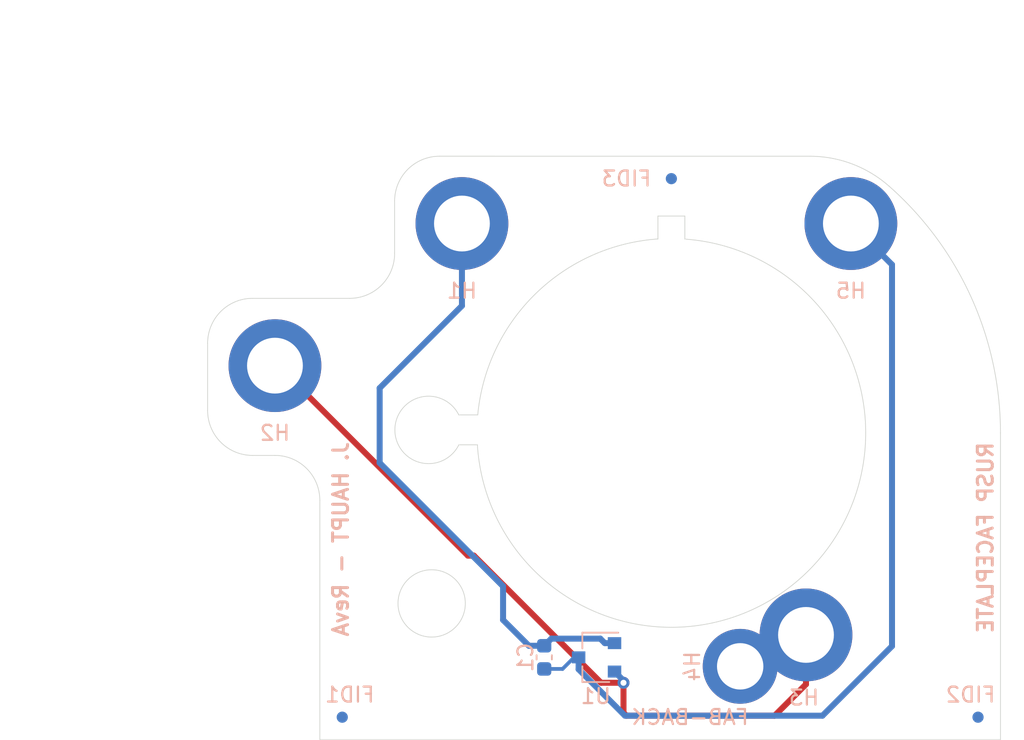
<source format=kicad_pcb>
(kicad_pcb (version 20221018) (generator pcbnew)
  (layers (0 "F.Cu" signal) (31 "B.Cu" signal) (34 "B.Paste" user) (35 "F.Paste" user) (36 "B.SilkS" user "B.Silkscreen") (37 "F.SilkS" user "F.Silkscreen") (38 "B.Mask" user) (39 "F.Mask" user) (44 "Edge.Cuts" user))
  (net 0 "")
  (net 1 "/Vdd")
  (net 2 "/GND")
  (net 3 "/HALL_OUT")
  (footprint "MyFootprints:SMTSO-M2-3ET" (layer "F.Cu") (at 118.292 81.18 180)
    (fp_text reference "H2" (at 0 -4.5) (layer "B.SilkS") (effects (justify mirror)))
    (fp_text value "M2 SMT Nut")
    (pad "1" thru_hole circle (at 0 0 180) (size 6.2 6.2) (drill 3.73) (layers "*.Cu" "*.Mask" "B.Paste") (net 3 "/HALL_OUT"))
  )
  (footprint "MyFootprints:SMTSO-M2-3ET" (layer "F.Cu") (at 130.792 71.68 180)
    (fp_text reference "H1" (at 0 -4.5) (layer "B.SilkS") (effects (justify mirror)))
    (fp_text value "M2 SMT Nut")
    (pad "1" thru_hole circle (at 0 0 180) (size 6.2 6.2) (drill 3.73) (layers "*.Cu" "*.Mask" "B.Paste") (net 1 "/Vdd"))
  )
  (footprint "MyFootprints:SMTSO-M2-3ET" (layer "F.Cu") (at 153.792 99.18 180)
    (fp_text reference "H3" (at 0.132 -4.198) (layer "B.SilkS") (effects (justify mirror)))
    (fp_text value "M2 SMT Nut")
    (pad "1" thru_hole circle (at 0 0 180) (size 6.2 6.2) (drill 3.73) (layers "*.Cu" "*.Mask" "B.Paste") (net 3 "/HALL_OUT"))
  )
  (footprint "MyFootprints:SMTSO-M2-3ET" (layer "F.Cu") (at 156.792 71.68 180)
    (fp_text reference "H5" (at 0 -4.5) (layer "B.SilkS") (effects (justify mirror)))
    (fp_text value "M2 SMT Nut")
    (pad "1" thru_hole circle (at 0 0 180) (size 6.2 6.2) (drill 3.73) (layers "*.Cu" "*.Mask" "B.Paste") (net 2 "/GND"))
  )
  (footprint "MyFootprints:3mmMagnetHole" (layer "F.Cu") (at 149.392 101.28)
    (fp_text reference "H4" (at -3.2 0 -270) (layer "B.SilkS") (effects (justify mirror)))
    (fp_text value "3mm Magnet")
    (pad "1" thru_hole circle (at 0 0) (size 5 5) (drill 3.1) (layers "*.Cu" "*.Mask" "F.Paste"))
  )
  (footprint "Fiducial:Fiducial_0.75mm_Dia_1.5mm_Outer" (layer "B.Cu") (at 144.792 68.68)
    (fp_text reference "FID3" (at -3 0) (layer "B.SilkS") (effects (justify mirror)))
    (fp_text value "Fiducial")
    (pad "" smd circle (at 0 0) (size 0.75 0.75) (layers "B.Cu" "B.Mask") (clearance 0.375))
  )
  (footprint "Fiducial:Fiducial_0.75mm_Dia_1.5mm_Outer" (layer "B.Cu") (at 122.792 104.68)
    (fp_text reference "FID1" (at 0.5 -1.5) (layer "B.SilkS") (effects (justify mirror)))
    (fp_text value "Fiducial")
    (pad "" smd circle (at 0 0) (size 0.75 0.75) (layers "B.Cu" "B.Mask") (clearance 0.375))
  )
  (footprint "Fiducial:Fiducial_0.75mm_Dia_1.5mm_Outer" (layer "B.Cu") (at 165.292 104.68)
    (fp_text reference "FID2" (at -0.5 -1.5) (layer "B.SilkS") (effects (justify mirror)))
    (fp_text value "Fiducial")
    (pad "" smd circle (at 0 0) (size 0.75 0.75) (layers "B.Cu" "B.Mask") (clearance 0.375))
  )
  (footprint "Capacitor_SMD:C_0603_1608Metric" (layer "B.Cu") (at 136.292 100.68 -90)
    (fp_text reference "C1" (at 0 1.25 90) (layer "B.SilkS") (effects (justify mirror)))
    (fp_text value ".1uF")
    (fp_line (start -0.14058 -0.51) (end 0.14058 -0.51) (stroke (width 0.12)) (layer "B.SilkS"))
    (fp_line (start -0.14058 0.51) (end 0.14058 0.51) (stroke (width 0.12)) (layer "B.SilkS"))
    (pad "1" smd roundrect (at -0.775 0 270) (size 0.9 0.95) (layers "B.Cu" "B.Paste" "B.Mask") (net 1 "/Vdd"))
    (pad "2" smd roundrect (at 0.775 0 270) (size 0.9 0.95) (layers "B.Cu" "B.Paste" "B.Mask") (net 2 "/GND"))
  )
  (footprint "MyFootprints:SC-59" (layer "B.Cu") (at 139.792 100.68)
    (fp_text reference "U1" (at -0.05 2.6) (layer "B.SilkS") (effects (justify mirror)))
    (fp_text value "HallSwitch")
    (fp_line (start -0.95 -1.65) (end -0.95 -0.6) (stroke (width 0.12)) (layer "B.SilkS"))
    (fp_line (start -0.95 1.65) (end -0.95 0.6) (stroke (width 0.12)) (layer "B.SilkS"))
    (fp_line (start 0.85 1.65) (end -0.95 1.65) (stroke (width 0.12)) (layer "B.SilkS"))
    (fp_line (start 1.45 -1.65) (end -0.95 -1.65) (stroke (width 0.12)) (layer "B.SilkS"))
    (pad "1" smd rect (at 1.2 -0.95 180) (size 0.9 0.8) (layers "B.Cu" "B.Paste" "B.Mask") (net 1 "/Vdd"))
    (pad "2" smd rect (at -1.2 0 180) (size 0.9 0.8) (layers "B.Cu" "B.Paste" "B.Mask") (net 2 "/GND"))
    (pad "3" smd rect (at 1.2 0.95 180) (size 0.9 0.8) (layers "B.Cu" "B.Paste" "B.Mask") (net 3 "/HALL_OUT"))
  )
  (gr_line (start 131.848275 84.469652) (end 130.58 84.47) (stroke (width 0.05)) (layer "Edge.Cuts"))
  (gr_arc (start 145.691999 72.720001) (mid 153.939058 94.905124) (end 131.824821 86.469828) (stroke (width 0.05)) (layer "Edge.Cuts"))
  (gr_arc (start 130.586094 86.469688) (mid 126.309053 85.482869) (end 130.58 84.47) (stroke (width 0.05)) (layer "Edge.Cuts"))
  (gr_circle (center 128.768 97.074) (end 131.018 97.074) (stroke (width 0.05)) (fill none) (layer "Edge.Cuts"))
  (gr_line (start 143.892 71.18) (end 145.692 71.18) (stroke (width 0.05)) (layer "Edge.Cuts"))
  (gr_line (start 131.824821 86.469828) (end 130.586094 86.469688) (stroke (width 0.05)) (layer "Edge.Cuts"))
  (gr_arc (start 131.848275 84.469652) (mid 135.710224 76.378048) (end 143.892 72.711) (stroke (width 0.05)) (layer "Edge.Cuts"))
  (gr_line (start 143.892 72.711) (end 143.892 71.18) (stroke (width 0.05)) (layer "Edge.Cuts"))
  (gr_line (start 145.692 71.18) (end 145.691999 72.720001) (stroke (width 0.05)) (layer "Edge.Cuts"))
  (gr_arc (start 154.052 67.180995) (mid 156.879548 67.697417) (end 159.341999 69.180001) (stroke (width 0.05)) (layer "Edge.Cuts"))
  (gr_arc (start 118.292 87.18) (mid 120.41332 88.05868) (end 121.292 90.18) (stroke (width 0.05)) (layer "Edge.Cuts"))
  (gr_line (start 116.792 87.18) (end 118.292 87.18) (stroke (width 0.05)) (layer "Edge.Cuts"))
  (gr_arc (start 159.342714 69.17919) (mid 164.84338 76.62781) (end 166.792 85.68) (stroke (width 0.05)) (layer "Edge.Cuts"))
  (gr_line (start 166.792 106.18) (end 121.292 106.18) (stroke (width 0.05)) (layer "Edge.Cuts"))
  (gr_arc (start 126.292 70.18) (mid 127.17068 68.05868) (end 129.292 67.18) (stroke (width 0.05)) (layer "Edge.Cuts"))
  (gr_line (start 121.292 90.18) (end 121.292 106.18) (stroke (width 0.05)) (layer "Edge.Cuts"))
  (gr_line (start 113.792 79.68) (end 113.792 84.18) (stroke (width 0.05)) (layer "Edge.Cuts"))
  (gr_line (start 126.292 73.68) (end 126.292 70.18) (stroke (width 0.05)) (layer "Edge.Cuts"))
  (gr_line (start 116.792 76.68) (end 123.292 76.68) (stroke (width 0.05)) (layer "Edge.Cuts"))
  (gr_arc (start 113.792 79.68) (mid 114.67068 77.55868) (end 116.792 76.68) (stroke (width 0.05)) (layer "Edge.Cuts"))
  (gr_line (start 129.292 67.18) (end 154.052 67.180995) (stroke (width 0.05)) (layer "Edge.Cuts"))
  (gr_arc (start 116.792 87.18) (mid 114.67068 86.30132) (end 113.792 84.18) (stroke (width 0.05)) (layer "Edge.Cuts"))
  (gr_line (start 166.792 85.68) (end 166.792 106.18) (stroke (width 0.05)) (layer "Edge.Cuts"))
  (gr_arc (start 126.292 73.68) (mid 125.41332 75.80132) (end 123.292 76.68) (stroke (width 0.05)) (layer "Edge.Cuts"))
  (gr_text "J. HAUPT - RevA" (at 122.692 92.78 90) (layer "B.SilkS") (effects (font (size 1 1) (thickness 0.2)) (justify mirror)))
  (gr_text "RUSP FACEPLATE" (at 165.792 92.68 90) (layer "B.SilkS") (effects (font (size 1 1) (thickness 0.2)) (justify mirror)))
  (gr_text "FAB-BACK" (at 146.042 104.68) (layer "B.SilkS") (effects (font (size 1 1)) (justify mirror)))
  (segment (start 135.267 99.905) (end 133.542 98.18) (width 0.4) (layer "B.Cu") (net 1))
  (segment (start 133.542 98.18) (end 133.542 95.93) (width 0.4) (layer "B.Cu") (net 1))
  (segment (start 130.792 77.18) (end 130.792 71.68) (width 0.4) (layer "B.Cu") (net 1))
  (segment (start 125.292 87.68) (end 125.292 82.68) (width 0.4) (layer "B.Cu") (net 1))
  (segment (start 133.542 95.93) (end 125.292 87.68) (width 0.4) (layer "B.Cu") (net 1))
  (segment (start 140.042 99.43) (end 140.342 99.73) (width 0.4) (layer "B.Cu") (net 1))
  (segment (start 125.292 82.68) (end 130.792 77.18) (width 0.4) (layer "B.Cu") (net 1))
  (segment (start 136.767 99.43) (end 140.042 99.43) (width 0.4) (layer "B.Cu") (net 1))
  (segment (start 136.292 99.905) (end 135.267 99.905) (width 0.4) (layer "B.Cu") (net 1))
  (segment (start 140.342 99.73) (end 140.992 99.73) (width 0.4) (layer "B.Cu") (net 1))
  (segment (start 136.292 99.905) (end 136.767 99.43) (width 0.4) (layer "B.Cu") (net 1))
  (segment (start 154.892 104.58) (end 141.692 104.58) (width 0.4) (layer "B.Cu") (net 2))
  (segment (start 141.692 104.58) (end 138.592 101.48) (width 0.4) (layer "B.Cu") (net 2))
  (segment (start 159.542 99.93) (end 154.892 104.58) (width 0.4) (layer "B.Cu") (net 2))
  (segment (start 137.517 101.455) (end 138.292 100.68) (width 0.25) (layer "B.Cu") (net 2))
  (segment (start 156.792 71.68) (end 159.542 74.43) (width 0.4) (layer "B.Cu") (net 2))
  (segment (start 136.292 101.455) (end 137.517 101.455) (width 0.25) (layer "B.Cu") (net 2))
  (segment (start 138.592 101.48) (end 138.592 100.68) (width 0.4) (layer "B.Cu") (net 2))
  (segment (start 138.292 100.68) (end 138.592 100.68) (width 0.25) (layer "B.Cu") (net 2))
  (segment (start 159.542 74.43) (end 159.542 99.93) (width 0.4) (layer "B.Cu") (net 2))
  (segment (start 141.792 104.58) (end 151.692 104.58) (width 0.4) (layer "F.Cu") (net 3))
  (segment (start 141.592 102.38) (end 140.092 102.38) (width 0.4) (layer "F.Cu") (net 3))
  (segment (start 131.592 93.88) (end 131.192 93.88) (width 0.4) (layer "F.Cu") (net 3))
  (segment (start 141.592 104.38) (end 141.792 104.58) (width 0.4) (layer "F.Cu") (net 3))
  (segment (start 151.692 104.58) (end 153.792 102.48) (width 0.4) (layer "F.Cu") (net 3))
  (segment (start 131.192 93.88) (end 118.492 81.18) (width 0.4) (layer "F.Cu") (net 3))
  (segment (start 153.792 102.48) (end 153.792 99.18) (width 0.4) (layer "F.Cu") (net 3))
  (segment (start 118.492 81.18) (end 118.292 81.18) (width 0.4) (layer "F.Cu") (net 3))
  (segment (start 140.092 102.38) (end 131.592 93.88) (width 0.4) (layer "F.Cu") (net 3))
  (segment (start 141.592 102.38) (end 141.592 104.38) (width 0.4) (layer "F.Cu") (net 3))
  (via (at 141.592 102.38) (size 0.8) (drill 0.4) (layers "F.Cu" "B.Cu") (net 3))
  (segment (start 140.992 101.63) (end 141.592 102.23) (width 0.4) (layer "B.Cu") (net 3))
  (segment (start 141.592 102.23) (end 141.592 102.38) (width 0.4) (layer "B.Cu") (net 3))
)
</source>
